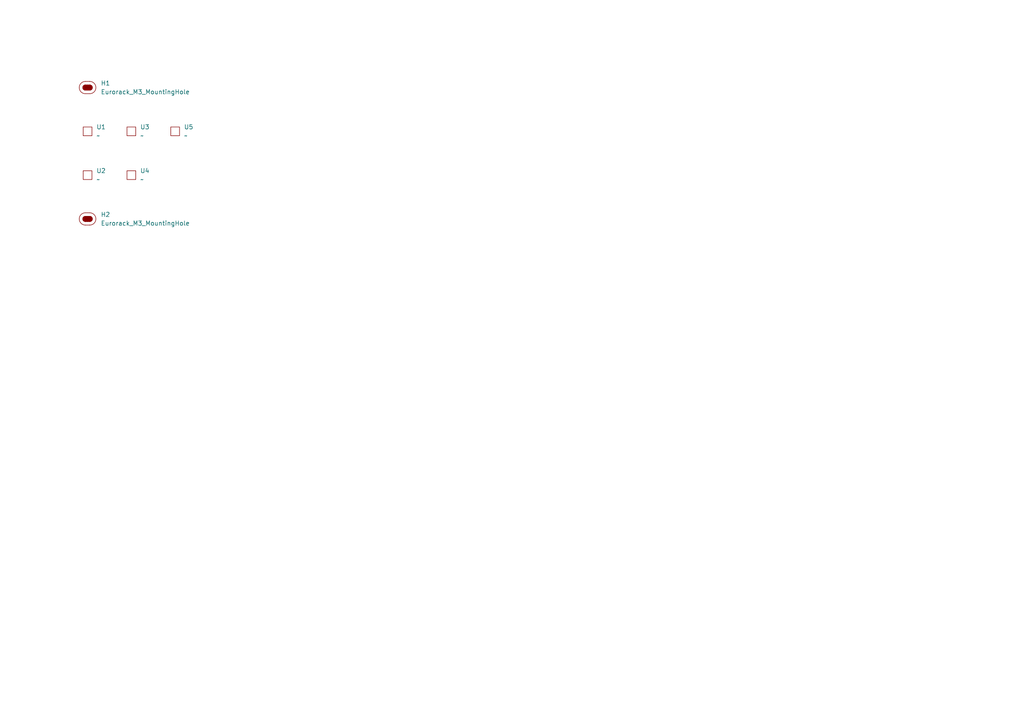
<source format=kicad_sch>
(kicad_sch (version 20250114) (generator "eeschema") (generator_version "9.0")
  (paper "A4")
  (lib_symbols
    (symbol "EXC:Eurorack_M3_MountingHole" (pin_names (offset 1.016))
      (property "Reference" "H" (at 0 5.08 0))
      (property "Value" "Eurorack_M3_MountingHole" (at 0 3.175 0))
      (symbol "Eurorack_M3_MountingHole_0_1"
        (polyline (pts (xy -0.635 0.762) (xy 0.635 0.762)))
        (circle (center -0.635 0) (radius 0.762) (fill (type outline)))
        (arc (start -0.635 -0.762) (mid -1.397 0) (end -0.635 0.762))
        (arc (start -0.635 -1.778) (mid -2.413 0) (end -0.635 1.778))
        (polyline (pts (xy -0.635 -0.762) (xy 0.635 -0.762)))
        (polyline (pts (xy -0.635 -1.778) (xy 0.635 -1.778)))
        (circle (center 0 0) (radius 0.762) (fill (type outline)))
        (polyline (pts (xy 0.635 1.778) (xy -0.635 1.778)))
        (arc (start 0.6141 1.778) (mid 2.4131 0) (end 0.6141 -1.778))
        (arc (start 0.6227 0.762) (mid 1.3971 0) (end 0.6227 -0.762))
        (circle (center 0.635 0) (radius 0.762) (fill (type outline)))
      )
    )
    (symbol "EXC:SW_CherrySwitch_Clearance_Inner"
      (property "Reference" "U" (at 0 0 0))
      (symbol "SW_CherrySwitch_Clearance_Inner_0_1"
        (rectangle (start -1.27 1.27) (end 1.27 -1.27))
      )
    )
  )
  (symbol (lib_id "EXC:SW_CherrySwitch_Clearance_Inner") (at 38.1 50.8 0) (unit 1)
    (property "Reference" "U4" (at 40.64 49.5299 0) (effects (justify left)))
    (property "Value" "~" (at 40.64 52.0699 0) (effects (justify left)))
    (property "Footprint" "EXC:SW_Cherry_MX_1.00u_Clearance" (effects (hide yes)))
  )
  (symbol (lib_id "EXC:Eurorack_M3_MountingHole") (at 25.4 63.5 0) (unit 1)
    (property "Reference" "H2" (at 29.21 62.2299 0) (effects (justify left)))
    (property "Value" "Eurorack_M3_MountingHole" (at 29.21 64.7699 0) (effects (justify left)))
    (property "Footprint" "EXC:MountingHole_3.2mm_M3" (effects (hide yes)))
    (property "Description" "Mounting Hole without connection" (effects (hide yes)))
  )
  (symbol (lib_id "EXC:SW_CherrySwitch_Clearance_Inner") (at 25.4 38.1 0) (unit 1)
    (property "Reference" "U1" (at 27.94 36.8299 0) (effects (justify left)))
    (property "Value" "~" (at 27.94 39.3699 0) (effects (justify left)))
    (property "Footprint" "EXC:SW_Cherry_MX_1.00u_Clearance" (effects (hide yes)))
  )
  (symbol (lib_id "EXC:SW_CherrySwitch_Clearance_Inner") (at 25.4 50.8 0) (unit 1)
    (property "Reference" "U2" (at 27.94 49.5299 0) (effects (justify left)))
    (property "Value" "~" (at 27.94 52.0699 0) (effects (justify left)))
    (property "Footprint" "EXC:SW_Cherry_MX_1.00u_Clearance" (effects (hide yes)))
  )
  (symbol (lib_id "EXC:Eurorack_M3_MountingHole") (at 25.4 25.4 0) (unit 1)
    (property "Reference" "H1" (at 29.21 24.1299 0) (effects (justify left)))
    (property "Value" "Eurorack_M3_MountingHole" (at 29.21 26.6699 0) (effects (justify left)))
    (property "Footprint" "EXC:MountingHole_3.2mm_M3" (effects (hide yes)))
    (property "Description" "Mounting Hole without connection" (effects (hide yes)))
  )
  (symbol (lib_id "EXC:SW_CherrySwitch_Clearance_Inner") (at 38.1 38.1 0) (unit 1)
    (property "Reference" "U3" (at 40.64 36.8299 0) (effects (justify left)))
    (property "Value" "~" (at 40.64 39.3699 0) (effects (justify left)))
    (property "Footprint" "EXC:SW_Cherry_MX_1.00u_Clearance" (effects (hide yes)))
  )
  (symbol (lib_id "EXC:SW_CherrySwitch_Clearance_Inner") (at 50.8 38.1 0) (unit 1)
    (property "Reference" "U5" (at 53.34 36.8299 0) (effects (justify left)))
    (property "Value" "~" (at 53.34 39.3699 0) (effects (justify left)))
    (property "Footprint" "EXC:SW_Cherry_MX_1.00u_Clearance" (effects (hide yes)))
  )
)
</source>
